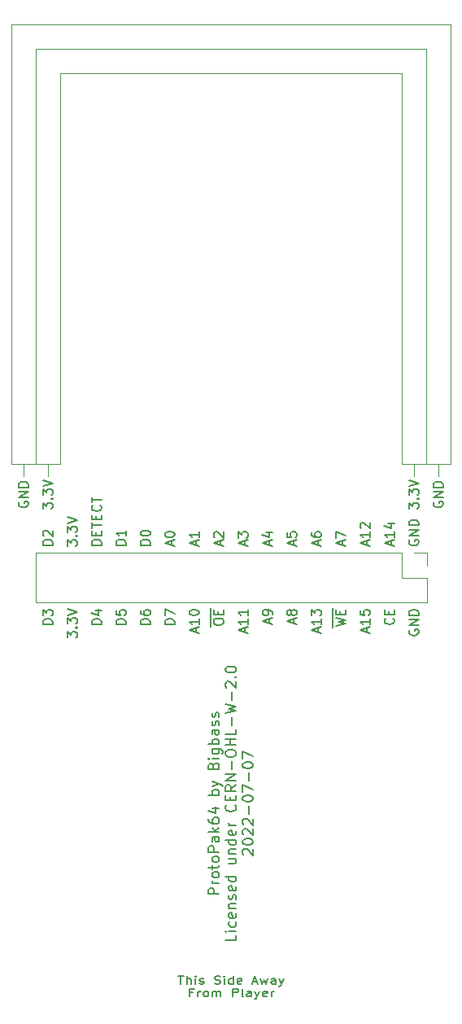
<source format=gto>
%TF.GenerationSoftware,KiCad,Pcbnew,6.0.2+dfsg-1*%
%TF.CreationDate,2022-07-07T18:02:14-05:00*%
%TF.ProjectId,protopak64,70726f74-6f70-4616-9b36-342e6b696361,rev?*%
%TF.SameCoordinates,Original*%
%TF.FileFunction,Legend,Top*%
%TF.FilePolarity,Positive*%
%FSLAX46Y46*%
G04 Gerber Fmt 4.6, Leading zero omitted, Abs format (unit mm)*
G04 Created by KiCad (PCBNEW 6.0.2+dfsg-1) date 2022-07-07 18:02:14*
%MOMM*%
%LPD*%
G01*
G04 APERTURE LIST*
%ADD10C,0.150000*%
%ADD11C,0.175000*%
%ADD12C,0.120000*%
%ADD13R,1.700000X1.700000*%
%ADD14O,1.700000X1.700000*%
%ADD15R,1.000000X5.400000*%
%ADD16R,2.000000X2.000000*%
%ADD17C,2.000000*%
G04 APERTURE END LIST*
D10*
X140120666Y-101693023D02*
X140120666Y-101216833D01*
X140406380Y-101788261D02*
X139406380Y-101454928D01*
X140406380Y-101121595D01*
X140406380Y-100264452D02*
X140406380Y-100835880D01*
X140406380Y-100550166D02*
X139406380Y-100550166D01*
X139549238Y-100645404D01*
X139644476Y-100740642D01*
X139692095Y-100835880D01*
X137580666Y-101693023D02*
X137580666Y-101216833D01*
X137866380Y-101788261D02*
X136866380Y-101454928D01*
X137866380Y-101121595D01*
X136866380Y-100597785D02*
X136866380Y-100502547D01*
X136914000Y-100407309D01*
X136961619Y-100359690D01*
X137056857Y-100312071D01*
X137247333Y-100264452D01*
X137485428Y-100264452D01*
X137675904Y-100312071D01*
X137771142Y-100359690D01*
X137818761Y-100407309D01*
X137866380Y-100502547D01*
X137866380Y-100597785D01*
X137818761Y-100693023D01*
X137771142Y-100740642D01*
X137675904Y-100788261D01*
X137485428Y-100835880D01*
X137247333Y-100835880D01*
X137056857Y-100788261D01*
X136961619Y-100740642D01*
X136914000Y-100693023D01*
X136866380Y-100597785D01*
X162314000Y-101121595D02*
X162266380Y-101216833D01*
X162266380Y-101359690D01*
X162314000Y-101502547D01*
X162409238Y-101597785D01*
X162504476Y-101645404D01*
X162694952Y-101693023D01*
X162837809Y-101693023D01*
X163028285Y-101645404D01*
X163123523Y-101597785D01*
X163218761Y-101502547D01*
X163266380Y-101359690D01*
X163266380Y-101264452D01*
X163218761Y-101121595D01*
X163171142Y-101073976D01*
X162837809Y-101073976D01*
X162837809Y-101264452D01*
X163266380Y-100645404D02*
X162266380Y-100645404D01*
X163266380Y-100073976D01*
X162266380Y-100073976D01*
X163266380Y-99597785D02*
X162266380Y-99597785D01*
X162266380Y-99359690D01*
X162314000Y-99216833D01*
X162409238Y-99121595D01*
X162504476Y-99073976D01*
X162694952Y-99026357D01*
X162837809Y-99026357D01*
X163028285Y-99073976D01*
X163123523Y-99121595D01*
X163218761Y-99216833D01*
X163266380Y-99359690D01*
X163266380Y-99597785D01*
X150280666Y-109793547D02*
X150280666Y-109317357D01*
X150566380Y-109888785D02*
X149566380Y-109555452D01*
X150566380Y-109222119D01*
X149994952Y-108745928D02*
X149947333Y-108841166D01*
X149899714Y-108888785D01*
X149804476Y-108936404D01*
X149756857Y-108936404D01*
X149661619Y-108888785D01*
X149614000Y-108841166D01*
X149566380Y-108745928D01*
X149566380Y-108555452D01*
X149614000Y-108460214D01*
X149661619Y-108412595D01*
X149756857Y-108364976D01*
X149804476Y-108364976D01*
X149899714Y-108412595D01*
X149947333Y-108460214D01*
X149994952Y-108555452D01*
X149994952Y-108745928D01*
X150042571Y-108841166D01*
X150090190Y-108888785D01*
X150185428Y-108936404D01*
X150375904Y-108936404D01*
X150471142Y-108888785D01*
X150518761Y-108841166D01*
X150566380Y-108745928D01*
X150566380Y-108555452D01*
X150518761Y-108460214D01*
X150471142Y-108412595D01*
X150375904Y-108364976D01*
X150185428Y-108364976D01*
X150090190Y-108412595D01*
X150042571Y-108460214D01*
X149994952Y-108555452D01*
X157900666Y-110745928D02*
X157900666Y-110269738D01*
X158186380Y-110841166D02*
X157186380Y-110507833D01*
X158186380Y-110174500D01*
X158186380Y-109317357D02*
X158186380Y-109888785D01*
X158186380Y-109603071D02*
X157186380Y-109603071D01*
X157329238Y-109698309D01*
X157424476Y-109793547D01*
X157472095Y-109888785D01*
X157186380Y-108412595D02*
X157186380Y-108888785D01*
X157662571Y-108936404D01*
X157614952Y-108888785D01*
X157567333Y-108793547D01*
X157567333Y-108555452D01*
X157614952Y-108460214D01*
X157662571Y-108412595D01*
X157757809Y-108364976D01*
X157995904Y-108364976D01*
X158091142Y-108412595D01*
X158138761Y-108460214D01*
X158186380Y-108555452D01*
X158186380Y-108793547D01*
X158138761Y-108888785D01*
X158091142Y-108936404D01*
X125166380Y-109888785D02*
X124166380Y-109888785D01*
X124166380Y-109650690D01*
X124214000Y-109507833D01*
X124309238Y-109412595D01*
X124404476Y-109364976D01*
X124594952Y-109317357D01*
X124737809Y-109317357D01*
X124928285Y-109364976D01*
X125023523Y-109412595D01*
X125118761Y-109507833D01*
X125166380Y-109650690D01*
X125166380Y-109888785D01*
X124166380Y-108984023D02*
X124166380Y-108364976D01*
X124547333Y-108698309D01*
X124547333Y-108555452D01*
X124594952Y-108460214D01*
X124642571Y-108412595D01*
X124737809Y-108364976D01*
X124975904Y-108364976D01*
X125071142Y-108412595D01*
X125118761Y-108460214D01*
X125166380Y-108555452D01*
X125166380Y-108841166D01*
X125118761Y-108936404D01*
X125071142Y-108984023D01*
X147740666Y-101693023D02*
X147740666Y-101216833D01*
X148026380Y-101788261D02*
X147026380Y-101454928D01*
X148026380Y-101121595D01*
X147359714Y-100359690D02*
X148026380Y-100359690D01*
X146978761Y-100597785D02*
X147693047Y-100835880D01*
X147693047Y-100216833D01*
X160440666Y-101693023D02*
X160440666Y-101216833D01*
X160726380Y-101788261D02*
X159726380Y-101454928D01*
X160726380Y-101121595D01*
X160726380Y-100264452D02*
X160726380Y-100835880D01*
X160726380Y-100550166D02*
X159726380Y-100550166D01*
X159869238Y-100645404D01*
X159964476Y-100740642D01*
X160012095Y-100835880D01*
X160059714Y-99407309D02*
X160726380Y-99407309D01*
X159678761Y-99645404D02*
X160393047Y-99883500D01*
X160393047Y-99264452D01*
D11*
X142490619Y-137952571D02*
X141390619Y-137952571D01*
X141390619Y-137533523D01*
X141443000Y-137428761D01*
X141495380Y-137376380D01*
X141600142Y-137324000D01*
X141757285Y-137324000D01*
X141862047Y-137376380D01*
X141914428Y-137428761D01*
X141966809Y-137533523D01*
X141966809Y-137952571D01*
X142490619Y-136852571D02*
X141757285Y-136852571D01*
X141966809Y-136852571D02*
X141862047Y-136800190D01*
X141809666Y-136747809D01*
X141757285Y-136643047D01*
X141757285Y-136538285D01*
X142490619Y-136014476D02*
X142438238Y-136119238D01*
X142385857Y-136171619D01*
X142281095Y-136224000D01*
X141966809Y-136224000D01*
X141862047Y-136171619D01*
X141809666Y-136119238D01*
X141757285Y-136014476D01*
X141757285Y-135857333D01*
X141809666Y-135752571D01*
X141862047Y-135700190D01*
X141966809Y-135647809D01*
X142281095Y-135647809D01*
X142385857Y-135700190D01*
X142438238Y-135752571D01*
X142490619Y-135857333D01*
X142490619Y-136014476D01*
X141757285Y-135333523D02*
X141757285Y-134914476D01*
X141390619Y-135176380D02*
X142333476Y-135176380D01*
X142438238Y-135124000D01*
X142490619Y-135019238D01*
X142490619Y-134914476D01*
X142490619Y-134390666D02*
X142438238Y-134495428D01*
X142385857Y-134547809D01*
X142281095Y-134600190D01*
X141966809Y-134600190D01*
X141862047Y-134547809D01*
X141809666Y-134495428D01*
X141757285Y-134390666D01*
X141757285Y-134233523D01*
X141809666Y-134128761D01*
X141862047Y-134076380D01*
X141966809Y-134024000D01*
X142281095Y-134024000D01*
X142385857Y-134076380D01*
X142438238Y-134128761D01*
X142490619Y-134233523D01*
X142490619Y-134390666D01*
X142490619Y-133552571D02*
X141390619Y-133552571D01*
X141390619Y-133133523D01*
X141443000Y-133028761D01*
X141495380Y-132976380D01*
X141600142Y-132924000D01*
X141757285Y-132924000D01*
X141862047Y-132976380D01*
X141914428Y-133028761D01*
X141966809Y-133133523D01*
X141966809Y-133552571D01*
X142490619Y-131981142D02*
X141914428Y-131981142D01*
X141809666Y-132033523D01*
X141757285Y-132138285D01*
X141757285Y-132347809D01*
X141809666Y-132452571D01*
X142438238Y-131981142D02*
X142490619Y-132085904D01*
X142490619Y-132347809D01*
X142438238Y-132452571D01*
X142333476Y-132504952D01*
X142228714Y-132504952D01*
X142123952Y-132452571D01*
X142071571Y-132347809D01*
X142071571Y-132085904D01*
X142019190Y-131981142D01*
X142490619Y-131457333D02*
X141390619Y-131457333D01*
X142071571Y-131352571D02*
X142490619Y-131038285D01*
X141757285Y-131038285D02*
X142176333Y-131457333D01*
X141390619Y-130095428D02*
X141390619Y-130304952D01*
X141443000Y-130409714D01*
X141495380Y-130462095D01*
X141652523Y-130566857D01*
X141862047Y-130619238D01*
X142281095Y-130619238D01*
X142385857Y-130566857D01*
X142438238Y-130514476D01*
X142490619Y-130409714D01*
X142490619Y-130200190D01*
X142438238Y-130095428D01*
X142385857Y-130043047D01*
X142281095Y-129990666D01*
X142019190Y-129990666D01*
X141914428Y-130043047D01*
X141862047Y-130095428D01*
X141809666Y-130200190D01*
X141809666Y-130409714D01*
X141862047Y-130514476D01*
X141914428Y-130566857D01*
X142019190Y-130619238D01*
X141757285Y-129047809D02*
X142490619Y-129047809D01*
X141338238Y-129309714D02*
X142123952Y-129571619D01*
X142123952Y-128890666D01*
X142490619Y-127633523D02*
X141390619Y-127633523D01*
X141809666Y-127633523D02*
X141757285Y-127528761D01*
X141757285Y-127319238D01*
X141809666Y-127214476D01*
X141862047Y-127162095D01*
X141966809Y-127109714D01*
X142281095Y-127109714D01*
X142385857Y-127162095D01*
X142438238Y-127214476D01*
X142490619Y-127319238D01*
X142490619Y-127528761D01*
X142438238Y-127633523D01*
X141757285Y-126743047D02*
X142490619Y-126481142D01*
X141757285Y-126219238D02*
X142490619Y-126481142D01*
X142752523Y-126585904D01*
X142804904Y-126638285D01*
X142857285Y-126743047D01*
X141914428Y-124595428D02*
X141966809Y-124438285D01*
X142019190Y-124385904D01*
X142123952Y-124333523D01*
X142281095Y-124333523D01*
X142385857Y-124385904D01*
X142438238Y-124438285D01*
X142490619Y-124543047D01*
X142490619Y-124962095D01*
X141390619Y-124962095D01*
X141390619Y-124595428D01*
X141443000Y-124490666D01*
X141495380Y-124438285D01*
X141600142Y-124385904D01*
X141704904Y-124385904D01*
X141809666Y-124438285D01*
X141862047Y-124490666D01*
X141914428Y-124595428D01*
X141914428Y-124962095D01*
X142490619Y-123862095D02*
X141757285Y-123862095D01*
X141390619Y-123862095D02*
X141443000Y-123914476D01*
X141495380Y-123862095D01*
X141443000Y-123809714D01*
X141390619Y-123862095D01*
X141495380Y-123862095D01*
X141757285Y-122866857D02*
X142647761Y-122866857D01*
X142752523Y-122919238D01*
X142804904Y-122971619D01*
X142857285Y-123076380D01*
X142857285Y-123233523D01*
X142804904Y-123338285D01*
X142438238Y-122866857D02*
X142490619Y-122971619D01*
X142490619Y-123181142D01*
X142438238Y-123285904D01*
X142385857Y-123338285D01*
X142281095Y-123390666D01*
X141966809Y-123390666D01*
X141862047Y-123338285D01*
X141809666Y-123285904D01*
X141757285Y-123181142D01*
X141757285Y-122971619D01*
X141809666Y-122866857D01*
X142490619Y-122343047D02*
X141390619Y-122343047D01*
X141809666Y-122343047D02*
X141757285Y-122238285D01*
X141757285Y-122028761D01*
X141809666Y-121924000D01*
X141862047Y-121871619D01*
X141966809Y-121819238D01*
X142281095Y-121819238D01*
X142385857Y-121871619D01*
X142438238Y-121924000D01*
X142490619Y-122028761D01*
X142490619Y-122238285D01*
X142438238Y-122343047D01*
X142490619Y-120876380D02*
X141914428Y-120876380D01*
X141809666Y-120928761D01*
X141757285Y-121033523D01*
X141757285Y-121243047D01*
X141809666Y-121347809D01*
X142438238Y-120876380D02*
X142490619Y-120981142D01*
X142490619Y-121243047D01*
X142438238Y-121347809D01*
X142333476Y-121400190D01*
X142228714Y-121400190D01*
X142123952Y-121347809D01*
X142071571Y-121243047D01*
X142071571Y-120981142D01*
X142019190Y-120876380D01*
X142438238Y-120404952D02*
X142490619Y-120300190D01*
X142490619Y-120090666D01*
X142438238Y-119985904D01*
X142333476Y-119933523D01*
X142281095Y-119933523D01*
X142176333Y-119985904D01*
X142123952Y-120090666D01*
X142123952Y-120247809D01*
X142071571Y-120352571D01*
X141966809Y-120404952D01*
X141914428Y-120404952D01*
X141809666Y-120352571D01*
X141757285Y-120247809D01*
X141757285Y-120090666D01*
X141809666Y-119985904D01*
X142438238Y-119514476D02*
X142490619Y-119409714D01*
X142490619Y-119200190D01*
X142438238Y-119095428D01*
X142333476Y-119043047D01*
X142281095Y-119043047D01*
X142176333Y-119095428D01*
X142123952Y-119200190D01*
X142123952Y-119357333D01*
X142071571Y-119462095D01*
X141966809Y-119514476D01*
X141914428Y-119514476D01*
X141809666Y-119462095D01*
X141757285Y-119357333D01*
X141757285Y-119200190D01*
X141809666Y-119095428D01*
X144261619Y-142195428D02*
X144261619Y-142719238D01*
X143161619Y-142719238D01*
X144261619Y-141828761D02*
X143528285Y-141828761D01*
X143161619Y-141828761D02*
X143214000Y-141881142D01*
X143266380Y-141828761D01*
X143214000Y-141776380D01*
X143161619Y-141828761D01*
X143266380Y-141828761D01*
X144209238Y-140833523D02*
X144261619Y-140938285D01*
X144261619Y-141147809D01*
X144209238Y-141252571D01*
X144156857Y-141304952D01*
X144052095Y-141357333D01*
X143737809Y-141357333D01*
X143633047Y-141304952D01*
X143580666Y-141252571D01*
X143528285Y-141147809D01*
X143528285Y-140938285D01*
X143580666Y-140833523D01*
X144209238Y-139943047D02*
X144261619Y-140047809D01*
X144261619Y-140257333D01*
X144209238Y-140362095D01*
X144104476Y-140414476D01*
X143685428Y-140414476D01*
X143580666Y-140362095D01*
X143528285Y-140257333D01*
X143528285Y-140047809D01*
X143580666Y-139943047D01*
X143685428Y-139890666D01*
X143790190Y-139890666D01*
X143894952Y-140414476D01*
X143528285Y-139419238D02*
X144261619Y-139419238D01*
X143633047Y-139419238D02*
X143580666Y-139366857D01*
X143528285Y-139262095D01*
X143528285Y-139104952D01*
X143580666Y-139000190D01*
X143685428Y-138947809D01*
X144261619Y-138947809D01*
X144209238Y-138476380D02*
X144261619Y-138371619D01*
X144261619Y-138162095D01*
X144209238Y-138057333D01*
X144104476Y-138004952D01*
X144052095Y-138004952D01*
X143947333Y-138057333D01*
X143894952Y-138162095D01*
X143894952Y-138319238D01*
X143842571Y-138424000D01*
X143737809Y-138476380D01*
X143685428Y-138476380D01*
X143580666Y-138424000D01*
X143528285Y-138319238D01*
X143528285Y-138162095D01*
X143580666Y-138057333D01*
X144209238Y-137114476D02*
X144261619Y-137219238D01*
X144261619Y-137428761D01*
X144209238Y-137533523D01*
X144104476Y-137585904D01*
X143685428Y-137585904D01*
X143580666Y-137533523D01*
X143528285Y-137428761D01*
X143528285Y-137219238D01*
X143580666Y-137114476D01*
X143685428Y-137062095D01*
X143790190Y-137062095D01*
X143894952Y-137585904D01*
X144261619Y-136119238D02*
X143161619Y-136119238D01*
X144209238Y-136119238D02*
X144261619Y-136224000D01*
X144261619Y-136433523D01*
X144209238Y-136538285D01*
X144156857Y-136590666D01*
X144052095Y-136643047D01*
X143737809Y-136643047D01*
X143633047Y-136590666D01*
X143580666Y-136538285D01*
X143528285Y-136433523D01*
X143528285Y-136224000D01*
X143580666Y-136119238D01*
X143528285Y-134285904D02*
X144261619Y-134285904D01*
X143528285Y-134757333D02*
X144104476Y-134757333D01*
X144209238Y-134704952D01*
X144261619Y-134600190D01*
X144261619Y-134443047D01*
X144209238Y-134338285D01*
X144156857Y-134285904D01*
X143528285Y-133762095D02*
X144261619Y-133762095D01*
X143633047Y-133762095D02*
X143580666Y-133709714D01*
X143528285Y-133604952D01*
X143528285Y-133447809D01*
X143580666Y-133343047D01*
X143685428Y-133290666D01*
X144261619Y-133290666D01*
X144261619Y-132295428D02*
X143161619Y-132295428D01*
X144209238Y-132295428D02*
X144261619Y-132400190D01*
X144261619Y-132609714D01*
X144209238Y-132714476D01*
X144156857Y-132766857D01*
X144052095Y-132819238D01*
X143737809Y-132819238D01*
X143633047Y-132766857D01*
X143580666Y-132714476D01*
X143528285Y-132609714D01*
X143528285Y-132400190D01*
X143580666Y-132295428D01*
X144209238Y-131352571D02*
X144261619Y-131457333D01*
X144261619Y-131666857D01*
X144209238Y-131771619D01*
X144104476Y-131824000D01*
X143685428Y-131824000D01*
X143580666Y-131771619D01*
X143528285Y-131666857D01*
X143528285Y-131457333D01*
X143580666Y-131352571D01*
X143685428Y-131300190D01*
X143790190Y-131300190D01*
X143894952Y-131824000D01*
X144261619Y-130828761D02*
X143528285Y-130828761D01*
X143737809Y-130828761D02*
X143633047Y-130776380D01*
X143580666Y-130724000D01*
X143528285Y-130619238D01*
X143528285Y-130514476D01*
X144156857Y-128681142D02*
X144209238Y-128733523D01*
X144261619Y-128890666D01*
X144261619Y-128995428D01*
X144209238Y-129152571D01*
X144104476Y-129257333D01*
X143999714Y-129309714D01*
X143790190Y-129362095D01*
X143633047Y-129362095D01*
X143423523Y-129309714D01*
X143318761Y-129257333D01*
X143214000Y-129152571D01*
X143161619Y-128995428D01*
X143161619Y-128890666D01*
X143214000Y-128733523D01*
X143266380Y-128681142D01*
X143685428Y-128209714D02*
X143685428Y-127843047D01*
X144261619Y-127685904D02*
X144261619Y-128209714D01*
X143161619Y-128209714D01*
X143161619Y-127685904D01*
X144261619Y-126585904D02*
X143737809Y-126952571D01*
X144261619Y-127214476D02*
X143161619Y-127214476D01*
X143161619Y-126795428D01*
X143214000Y-126690666D01*
X143266380Y-126638285D01*
X143371142Y-126585904D01*
X143528285Y-126585904D01*
X143633047Y-126638285D01*
X143685428Y-126690666D01*
X143737809Y-126795428D01*
X143737809Y-127214476D01*
X144261619Y-126114476D02*
X143161619Y-126114476D01*
X144261619Y-125485904D01*
X143161619Y-125485904D01*
X143842571Y-124962095D02*
X143842571Y-124124000D01*
X143161619Y-123390666D02*
X143161619Y-123181142D01*
X143214000Y-123076380D01*
X143318761Y-122971619D01*
X143528285Y-122919238D01*
X143894952Y-122919238D01*
X144104476Y-122971619D01*
X144209238Y-123076380D01*
X144261619Y-123181142D01*
X144261619Y-123390666D01*
X144209238Y-123495428D01*
X144104476Y-123600190D01*
X143894952Y-123652571D01*
X143528285Y-123652571D01*
X143318761Y-123600190D01*
X143214000Y-123495428D01*
X143161619Y-123390666D01*
X144261619Y-122447809D02*
X143161619Y-122447809D01*
X143685428Y-122447809D02*
X143685428Y-121819238D01*
X144261619Y-121819238D02*
X143161619Y-121819238D01*
X144261619Y-120771619D02*
X144261619Y-121295428D01*
X143161619Y-121295428D01*
X143842571Y-120404952D02*
X143842571Y-119566857D01*
X143161619Y-119147809D02*
X144261619Y-118885904D01*
X143475904Y-118676380D01*
X144261619Y-118466857D01*
X143161619Y-118204952D01*
X143842571Y-117785904D02*
X143842571Y-116947809D01*
X143266380Y-116476380D02*
X143214000Y-116424000D01*
X143161619Y-116319238D01*
X143161619Y-116057333D01*
X143214000Y-115952571D01*
X143266380Y-115900190D01*
X143371142Y-115847809D01*
X143475904Y-115847809D01*
X143633047Y-115900190D01*
X144261619Y-116528761D01*
X144261619Y-115847809D01*
X144156857Y-115376380D02*
X144209238Y-115324000D01*
X144261619Y-115376380D01*
X144209238Y-115428761D01*
X144156857Y-115376380D01*
X144261619Y-115376380D01*
X143161619Y-114643047D02*
X143161619Y-114538285D01*
X143214000Y-114433523D01*
X143266380Y-114381142D01*
X143371142Y-114328761D01*
X143580666Y-114276380D01*
X143842571Y-114276380D01*
X144052095Y-114328761D01*
X144156857Y-114381142D01*
X144209238Y-114433523D01*
X144261619Y-114538285D01*
X144261619Y-114643047D01*
X144209238Y-114747809D01*
X144156857Y-114800190D01*
X144052095Y-114852571D01*
X143842571Y-114904952D01*
X143580666Y-114904952D01*
X143371142Y-114852571D01*
X143266380Y-114800190D01*
X143214000Y-114747809D01*
X143161619Y-114643047D01*
X145037380Y-133866857D02*
X144985000Y-133814476D01*
X144932619Y-133709714D01*
X144932619Y-133447809D01*
X144985000Y-133343047D01*
X145037380Y-133290666D01*
X145142142Y-133238285D01*
X145246904Y-133238285D01*
X145404047Y-133290666D01*
X146032619Y-133919238D01*
X146032619Y-133238285D01*
X144932619Y-132557333D02*
X144932619Y-132452571D01*
X144985000Y-132347809D01*
X145037380Y-132295428D01*
X145142142Y-132243047D01*
X145351666Y-132190666D01*
X145613571Y-132190666D01*
X145823095Y-132243047D01*
X145927857Y-132295428D01*
X145980238Y-132347809D01*
X146032619Y-132452571D01*
X146032619Y-132557333D01*
X145980238Y-132662095D01*
X145927857Y-132714476D01*
X145823095Y-132766857D01*
X145613571Y-132819238D01*
X145351666Y-132819238D01*
X145142142Y-132766857D01*
X145037380Y-132714476D01*
X144985000Y-132662095D01*
X144932619Y-132557333D01*
X145037380Y-131771619D02*
X144985000Y-131719238D01*
X144932619Y-131614476D01*
X144932619Y-131352571D01*
X144985000Y-131247809D01*
X145037380Y-131195428D01*
X145142142Y-131143047D01*
X145246904Y-131143047D01*
X145404047Y-131195428D01*
X146032619Y-131824000D01*
X146032619Y-131143047D01*
X145037380Y-130724000D02*
X144985000Y-130671619D01*
X144932619Y-130566857D01*
X144932619Y-130304952D01*
X144985000Y-130200190D01*
X145037380Y-130147809D01*
X145142142Y-130095428D01*
X145246904Y-130095428D01*
X145404047Y-130147809D01*
X146032619Y-130776380D01*
X146032619Y-130095428D01*
X145613571Y-129624000D02*
X145613571Y-128785904D01*
X144932619Y-128052571D02*
X144932619Y-127947809D01*
X144985000Y-127843047D01*
X145037380Y-127790666D01*
X145142142Y-127738285D01*
X145351666Y-127685904D01*
X145613571Y-127685904D01*
X145823095Y-127738285D01*
X145927857Y-127790666D01*
X145980238Y-127843047D01*
X146032619Y-127947809D01*
X146032619Y-128052571D01*
X145980238Y-128157333D01*
X145927857Y-128209714D01*
X145823095Y-128262095D01*
X145613571Y-128314476D01*
X145351666Y-128314476D01*
X145142142Y-128262095D01*
X145037380Y-128209714D01*
X144985000Y-128157333D01*
X144932619Y-128052571D01*
X144932619Y-127319238D02*
X144932619Y-126585904D01*
X146032619Y-127057333D01*
X145613571Y-126166857D02*
X145613571Y-125328761D01*
X144932619Y-124595428D02*
X144932619Y-124490666D01*
X144985000Y-124385904D01*
X145037380Y-124333523D01*
X145142142Y-124281142D01*
X145351666Y-124228761D01*
X145613571Y-124228761D01*
X145823095Y-124281142D01*
X145927857Y-124333523D01*
X145980238Y-124385904D01*
X146032619Y-124490666D01*
X146032619Y-124595428D01*
X145980238Y-124700190D01*
X145927857Y-124752571D01*
X145823095Y-124804952D01*
X145613571Y-124857333D01*
X145351666Y-124857333D01*
X145142142Y-124804952D01*
X145037380Y-124752571D01*
X144985000Y-124700190D01*
X144932619Y-124595428D01*
X144932619Y-123862095D02*
X144932619Y-123128761D01*
X146032619Y-123600190D01*
D10*
X130246380Y-101645404D02*
X129246380Y-101645404D01*
X129246380Y-101407309D01*
X129294000Y-101264452D01*
X129389238Y-101169214D01*
X129484476Y-101121595D01*
X129674952Y-101073976D01*
X129817809Y-101073976D01*
X130008285Y-101121595D01*
X130103523Y-101169214D01*
X130198761Y-101264452D01*
X130246380Y-101407309D01*
X130246380Y-101645404D01*
X129722571Y-100645404D02*
X129722571Y-100312071D01*
X130246380Y-100169214D02*
X130246380Y-100645404D01*
X129246380Y-100645404D01*
X129246380Y-100169214D01*
X129246380Y-99883500D02*
X129246380Y-99312071D01*
X130246380Y-99597785D02*
X129246380Y-99597785D01*
X129722571Y-98978738D02*
X129722571Y-98645404D01*
X130246380Y-98502547D02*
X130246380Y-98978738D01*
X129246380Y-98978738D01*
X129246380Y-98502547D01*
X130151142Y-97502547D02*
X130198761Y-97550166D01*
X130246380Y-97693023D01*
X130246380Y-97788261D01*
X130198761Y-97931119D01*
X130103523Y-98026357D01*
X130008285Y-98073976D01*
X129817809Y-98121595D01*
X129674952Y-98121595D01*
X129484476Y-98073976D01*
X129389238Y-98026357D01*
X129294000Y-97931119D01*
X129246380Y-97788261D01*
X129246380Y-97693023D01*
X129294000Y-97550166D01*
X129341619Y-97502547D01*
X129246380Y-97216833D02*
X129246380Y-96645404D01*
X130246380Y-96931119D02*
X129246380Y-96931119D01*
X125166380Y-101645404D02*
X124166380Y-101645404D01*
X124166380Y-101407309D01*
X124214000Y-101264452D01*
X124309238Y-101169214D01*
X124404476Y-101121595D01*
X124594952Y-101073976D01*
X124737809Y-101073976D01*
X124928285Y-101121595D01*
X125023523Y-101169214D01*
X125118761Y-101264452D01*
X125166380Y-101407309D01*
X125166380Y-101645404D01*
X124261619Y-100693023D02*
X124214000Y-100645404D01*
X124166380Y-100550166D01*
X124166380Y-100312071D01*
X124214000Y-100216833D01*
X124261619Y-100169214D01*
X124356857Y-100121595D01*
X124452095Y-100121595D01*
X124594952Y-100169214D01*
X125166380Y-100740642D01*
X125166380Y-100121595D01*
X140120666Y-110745928D02*
X140120666Y-110269738D01*
X140406380Y-110841166D02*
X139406380Y-110507833D01*
X140406380Y-110174500D01*
X140406380Y-109317357D02*
X140406380Y-109888785D01*
X140406380Y-109603071D02*
X139406380Y-109603071D01*
X139549238Y-109698309D01*
X139644476Y-109793547D01*
X139692095Y-109888785D01*
X139406380Y-108698309D02*
X139406380Y-108603071D01*
X139454000Y-108507833D01*
X139501619Y-108460214D01*
X139596857Y-108412595D01*
X139787333Y-108364976D01*
X140025428Y-108364976D01*
X140215904Y-108412595D01*
X140311142Y-108460214D01*
X140358761Y-108507833D01*
X140406380Y-108603071D01*
X140406380Y-108698309D01*
X140358761Y-108793547D01*
X140311142Y-108841166D01*
X140215904Y-108888785D01*
X140025428Y-108936404D01*
X139787333Y-108936404D01*
X139596857Y-108888785D01*
X139501619Y-108841166D01*
X139454000Y-108793547D01*
X139406380Y-108698309D01*
X157900666Y-101693023D02*
X157900666Y-101216833D01*
X158186380Y-101788261D02*
X157186380Y-101454928D01*
X158186380Y-101121595D01*
X158186380Y-100264452D02*
X158186380Y-100835880D01*
X158186380Y-100550166D02*
X157186380Y-100550166D01*
X157329238Y-100645404D01*
X157424476Y-100740642D01*
X157472095Y-100835880D01*
X157281619Y-99883500D02*
X157234000Y-99835880D01*
X157186380Y-99740642D01*
X157186380Y-99502547D01*
X157234000Y-99407309D01*
X157281619Y-99359690D01*
X157376857Y-99312071D01*
X157472095Y-99312071D01*
X157614952Y-99359690D01*
X158186380Y-99931119D01*
X158186380Y-99312071D01*
X137866380Y-109888785D02*
X136866380Y-109888785D01*
X136866380Y-109650690D01*
X136914000Y-109507833D01*
X137009238Y-109412595D01*
X137104476Y-109364976D01*
X137294952Y-109317357D01*
X137437809Y-109317357D01*
X137628285Y-109364976D01*
X137723523Y-109412595D01*
X137818761Y-109507833D01*
X137866380Y-109650690D01*
X137866380Y-109888785D01*
X136866380Y-108984023D02*
X136866380Y-108317357D01*
X137866380Y-108745928D01*
X155360666Y-101693023D02*
X155360666Y-101216833D01*
X155646380Y-101788261D02*
X154646380Y-101454928D01*
X155646380Y-101121595D01*
X154646380Y-100883500D02*
X154646380Y-100216833D01*
X155646380Y-100645404D01*
X132786380Y-101645404D02*
X131786380Y-101645404D01*
X131786380Y-101407309D01*
X131834000Y-101264452D01*
X131929238Y-101169214D01*
X132024476Y-101121595D01*
X132214952Y-101073976D01*
X132357809Y-101073976D01*
X132548285Y-101121595D01*
X132643523Y-101169214D01*
X132738761Y-101264452D01*
X132786380Y-101407309D01*
X132786380Y-101645404D01*
X132786380Y-100121595D02*
X132786380Y-100693023D01*
X132786380Y-100407309D02*
X131786380Y-100407309D01*
X131929238Y-100502547D01*
X132024476Y-100597785D01*
X132072095Y-100693023D01*
X126706380Y-101740642D02*
X126706380Y-101121595D01*
X127087333Y-101454928D01*
X127087333Y-101312071D01*
X127134952Y-101216833D01*
X127182571Y-101169214D01*
X127277809Y-101121595D01*
X127515904Y-101121595D01*
X127611142Y-101169214D01*
X127658761Y-101216833D01*
X127706380Y-101312071D01*
X127706380Y-101597785D01*
X127658761Y-101693023D01*
X127611142Y-101740642D01*
X127611142Y-100693023D02*
X127658761Y-100645404D01*
X127706380Y-100693023D01*
X127658761Y-100740642D01*
X127611142Y-100693023D01*
X127706380Y-100693023D01*
X126706380Y-100312071D02*
X126706380Y-99693023D01*
X127087333Y-100026357D01*
X127087333Y-99883500D01*
X127134952Y-99788261D01*
X127182571Y-99740642D01*
X127277809Y-99693023D01*
X127515904Y-99693023D01*
X127611142Y-99740642D01*
X127658761Y-99788261D01*
X127706380Y-99883500D01*
X127706380Y-100169214D01*
X127658761Y-100264452D01*
X127611142Y-100312071D01*
X126706380Y-99407309D02*
X127706380Y-99073976D01*
X126706380Y-98740642D01*
X135326380Y-101645404D02*
X134326380Y-101645404D01*
X134326380Y-101407309D01*
X134374000Y-101264452D01*
X134469238Y-101169214D01*
X134564476Y-101121595D01*
X134754952Y-101073976D01*
X134897809Y-101073976D01*
X135088285Y-101121595D01*
X135183523Y-101169214D01*
X135278761Y-101264452D01*
X135326380Y-101407309D01*
X135326380Y-101645404D01*
X134326380Y-100454928D02*
X134326380Y-100359690D01*
X134374000Y-100264452D01*
X134421619Y-100216833D01*
X134516857Y-100169214D01*
X134707333Y-100121595D01*
X134945428Y-100121595D01*
X135135904Y-100169214D01*
X135231142Y-100216833D01*
X135278761Y-100264452D01*
X135326380Y-100359690D01*
X135326380Y-100454928D01*
X135278761Y-100550166D01*
X135231142Y-100597785D01*
X135135904Y-100645404D01*
X134945428Y-100693023D01*
X134707333Y-100693023D01*
X134516857Y-100645404D01*
X134421619Y-100597785D01*
X134374000Y-100550166D01*
X134326380Y-100454928D01*
X152820666Y-101693023D02*
X152820666Y-101216833D01*
X153106380Y-101788261D02*
X152106380Y-101454928D01*
X153106380Y-101121595D01*
X152106380Y-100359690D02*
X152106380Y-100550166D01*
X152154000Y-100645404D01*
X152201619Y-100693023D01*
X152344476Y-100788261D01*
X152534952Y-100835880D01*
X152915904Y-100835880D01*
X153011142Y-100788261D01*
X153058761Y-100740642D01*
X153106380Y-100645404D01*
X153106380Y-100454928D01*
X153058761Y-100359690D01*
X153011142Y-100312071D01*
X152915904Y-100264452D01*
X152677809Y-100264452D01*
X152582571Y-100312071D01*
X152534952Y-100359690D01*
X152487333Y-100454928D01*
X152487333Y-100645404D01*
X152534952Y-100740642D01*
X152582571Y-100788261D01*
X152677809Y-100835880D01*
X145200666Y-101693023D02*
X145200666Y-101216833D01*
X145486380Y-101788261D02*
X144486380Y-101454928D01*
X145486380Y-101121595D01*
X144486380Y-100883500D02*
X144486380Y-100264452D01*
X144867333Y-100597785D01*
X144867333Y-100454928D01*
X144914952Y-100359690D01*
X144962571Y-100312071D01*
X145057809Y-100264452D01*
X145295904Y-100264452D01*
X145391142Y-100312071D01*
X145438761Y-100359690D01*
X145486380Y-100454928D01*
X145486380Y-100740642D01*
X145438761Y-100835880D01*
X145391142Y-100883500D01*
X145200666Y-110745928D02*
X145200666Y-110269738D01*
X145486380Y-110841166D02*
X144486380Y-110507833D01*
X145486380Y-110174500D01*
X145486380Y-109317357D02*
X145486380Y-109888785D01*
X145486380Y-109603071D02*
X144486380Y-109603071D01*
X144629238Y-109698309D01*
X144724476Y-109793547D01*
X144772095Y-109888785D01*
X145486380Y-108364976D02*
X145486380Y-108936404D01*
X145486380Y-108650690D02*
X144486380Y-108650690D01*
X144629238Y-108745928D01*
X144724476Y-108841166D01*
X144772095Y-108936404D01*
X154364000Y-110222119D02*
X154364000Y-109079261D01*
X154646380Y-110079261D02*
X155646380Y-109841166D01*
X154932095Y-109650690D01*
X155646380Y-109460214D01*
X154646380Y-109222119D01*
X154364000Y-109079261D02*
X154364000Y-108174500D01*
X155122571Y-108841166D02*
X155122571Y-108507833D01*
X155646380Y-108364976D02*
X155646380Y-108841166D01*
X154646380Y-108841166D01*
X154646380Y-108364976D01*
X150280666Y-101693023D02*
X150280666Y-101216833D01*
X150566380Y-101788261D02*
X149566380Y-101454928D01*
X150566380Y-101121595D01*
X149566380Y-100312071D02*
X149566380Y-100788261D01*
X150042571Y-100835880D01*
X149994952Y-100788261D01*
X149947333Y-100693023D01*
X149947333Y-100454928D01*
X149994952Y-100359690D01*
X150042571Y-100312071D01*
X150137809Y-100264452D01*
X150375904Y-100264452D01*
X150471142Y-100312071D01*
X150518761Y-100359690D01*
X150566380Y-100454928D01*
X150566380Y-100693023D01*
X150518761Y-100788261D01*
X150471142Y-100835880D01*
X126706380Y-111269738D02*
X126706380Y-110650690D01*
X127087333Y-110984023D01*
X127087333Y-110841166D01*
X127134952Y-110745928D01*
X127182571Y-110698309D01*
X127277809Y-110650690D01*
X127515904Y-110650690D01*
X127611142Y-110698309D01*
X127658761Y-110745928D01*
X127706380Y-110841166D01*
X127706380Y-111126880D01*
X127658761Y-111222119D01*
X127611142Y-111269738D01*
X127611142Y-110222119D02*
X127658761Y-110174500D01*
X127706380Y-110222119D01*
X127658761Y-110269738D01*
X127611142Y-110222119D01*
X127706380Y-110222119D01*
X126706380Y-109841166D02*
X126706380Y-109222119D01*
X127087333Y-109555452D01*
X127087333Y-109412595D01*
X127134952Y-109317357D01*
X127182571Y-109269738D01*
X127277809Y-109222119D01*
X127515904Y-109222119D01*
X127611142Y-109269738D01*
X127658761Y-109317357D01*
X127706380Y-109412595D01*
X127706380Y-109698309D01*
X127658761Y-109793547D01*
X127611142Y-109841166D01*
X126706380Y-108936404D02*
X127706380Y-108603071D01*
X126706380Y-108269738D01*
X132786380Y-109888785D02*
X131786380Y-109888785D01*
X131786380Y-109650690D01*
X131834000Y-109507833D01*
X131929238Y-109412595D01*
X132024476Y-109364976D01*
X132214952Y-109317357D01*
X132357809Y-109317357D01*
X132548285Y-109364976D01*
X132643523Y-109412595D01*
X132738761Y-109507833D01*
X132786380Y-109650690D01*
X132786380Y-109888785D01*
X131786380Y-108412595D02*
X131786380Y-108888785D01*
X132262571Y-108936404D01*
X132214952Y-108888785D01*
X132167333Y-108793547D01*
X132167333Y-108555452D01*
X132214952Y-108460214D01*
X132262571Y-108412595D01*
X132357809Y-108364976D01*
X132595904Y-108364976D01*
X132691142Y-108412595D01*
X132738761Y-108460214D01*
X132786380Y-108555452D01*
X132786380Y-108793547D01*
X132738761Y-108888785D01*
X132691142Y-108936404D01*
X152820666Y-110745928D02*
X152820666Y-110269738D01*
X153106380Y-110841166D02*
X152106380Y-110507833D01*
X153106380Y-110174500D01*
X153106380Y-109317357D02*
X153106380Y-109888785D01*
X153106380Y-109603071D02*
X152106380Y-109603071D01*
X152249238Y-109698309D01*
X152344476Y-109793547D01*
X152392095Y-109888785D01*
X152106380Y-108984023D02*
X152106380Y-108364976D01*
X152487333Y-108698309D01*
X152487333Y-108555452D01*
X152534952Y-108460214D01*
X152582571Y-108412595D01*
X152677809Y-108364976D01*
X152915904Y-108364976D01*
X153011142Y-108412595D01*
X153058761Y-108460214D01*
X153106380Y-108555452D01*
X153106380Y-108841166D01*
X153058761Y-108936404D01*
X153011142Y-108984023D01*
X141664000Y-110126880D02*
X141664000Y-109079261D01*
X141946380Y-109698309D02*
X141946380Y-109507833D01*
X141994000Y-109412595D01*
X142089238Y-109317357D01*
X142279714Y-109269738D01*
X142613047Y-109269738D01*
X142803523Y-109317357D01*
X142898761Y-109412595D01*
X142946380Y-109507833D01*
X142946380Y-109698309D01*
X142898761Y-109793547D01*
X142803523Y-109888785D01*
X142613047Y-109936404D01*
X142279714Y-109936404D01*
X142089238Y-109888785D01*
X141994000Y-109793547D01*
X141946380Y-109698309D01*
X141664000Y-109079261D02*
X141664000Y-108174500D01*
X142422571Y-108841166D02*
X142422571Y-108507833D01*
X142946380Y-108364976D02*
X142946380Y-108841166D01*
X141946380Y-108841166D01*
X141946380Y-108364976D01*
X142660666Y-101693023D02*
X142660666Y-101216833D01*
X142946380Y-101788261D02*
X141946380Y-101454928D01*
X142946380Y-101121595D01*
X142041619Y-100835880D02*
X141994000Y-100788261D01*
X141946380Y-100693023D01*
X141946380Y-100454928D01*
X141994000Y-100359690D01*
X142041619Y-100312071D01*
X142136857Y-100264452D01*
X142232095Y-100264452D01*
X142374952Y-100312071D01*
X142946380Y-100883500D01*
X142946380Y-100264452D01*
X160631142Y-109269738D02*
X160678761Y-109317357D01*
X160726380Y-109460214D01*
X160726380Y-109555452D01*
X160678761Y-109698309D01*
X160583523Y-109793547D01*
X160488285Y-109841166D01*
X160297809Y-109888785D01*
X160154952Y-109888785D01*
X159964476Y-109841166D01*
X159869238Y-109793547D01*
X159774000Y-109698309D01*
X159726380Y-109555452D01*
X159726380Y-109460214D01*
X159774000Y-109317357D01*
X159821619Y-109269738D01*
X160202571Y-108841166D02*
X160202571Y-108507833D01*
X160726380Y-108364976D02*
X160726380Y-108841166D01*
X159726380Y-108841166D01*
X159726380Y-108364976D01*
X135326380Y-109888785D02*
X134326380Y-109888785D01*
X134326380Y-109650690D01*
X134374000Y-109507833D01*
X134469238Y-109412595D01*
X134564476Y-109364976D01*
X134754952Y-109317357D01*
X134897809Y-109317357D01*
X135088285Y-109364976D01*
X135183523Y-109412595D01*
X135278761Y-109507833D01*
X135326380Y-109650690D01*
X135326380Y-109888785D01*
X134326380Y-108460214D02*
X134326380Y-108650690D01*
X134374000Y-108745928D01*
X134421619Y-108793547D01*
X134564476Y-108888785D01*
X134754952Y-108936404D01*
X135135904Y-108936404D01*
X135231142Y-108888785D01*
X135278761Y-108841166D01*
X135326380Y-108745928D01*
X135326380Y-108555452D01*
X135278761Y-108460214D01*
X135231142Y-108412595D01*
X135135904Y-108364976D01*
X134897809Y-108364976D01*
X134802571Y-108412595D01*
X134754952Y-108460214D01*
X134707333Y-108555452D01*
X134707333Y-108745928D01*
X134754952Y-108841166D01*
X134802571Y-108888785D01*
X134897809Y-108936404D01*
X138240190Y-146491904D02*
X138811619Y-146491904D01*
X138525904Y-147291904D02*
X138525904Y-146491904D01*
X139144952Y-147291904D02*
X139144952Y-146491904D01*
X139573523Y-147291904D02*
X139573523Y-146872857D01*
X139525904Y-146796666D01*
X139430666Y-146758571D01*
X139287809Y-146758571D01*
X139192571Y-146796666D01*
X139144952Y-146834761D01*
X140049714Y-147291904D02*
X140049714Y-146758571D01*
X140049714Y-146491904D02*
X140002095Y-146530000D01*
X140049714Y-146568095D01*
X140097333Y-146530000D01*
X140049714Y-146491904D01*
X140049714Y-146568095D01*
X140478285Y-147253809D02*
X140573523Y-147291904D01*
X140764000Y-147291904D01*
X140859238Y-147253809D01*
X140906857Y-147177619D01*
X140906857Y-147139523D01*
X140859238Y-147063333D01*
X140764000Y-147025238D01*
X140621142Y-147025238D01*
X140525904Y-146987142D01*
X140478285Y-146910952D01*
X140478285Y-146872857D01*
X140525904Y-146796666D01*
X140621142Y-146758571D01*
X140764000Y-146758571D01*
X140859238Y-146796666D01*
X142049714Y-147253809D02*
X142192571Y-147291904D01*
X142430666Y-147291904D01*
X142525904Y-147253809D01*
X142573523Y-147215714D01*
X142621142Y-147139523D01*
X142621142Y-147063333D01*
X142573523Y-146987142D01*
X142525904Y-146949047D01*
X142430666Y-146910952D01*
X142240190Y-146872857D01*
X142144952Y-146834761D01*
X142097333Y-146796666D01*
X142049714Y-146720476D01*
X142049714Y-146644285D01*
X142097333Y-146568095D01*
X142144952Y-146530000D01*
X142240190Y-146491904D01*
X142478285Y-146491904D01*
X142621142Y-146530000D01*
X143049714Y-147291904D02*
X143049714Y-146758571D01*
X143049714Y-146491904D02*
X143002095Y-146530000D01*
X143049714Y-146568095D01*
X143097333Y-146530000D01*
X143049714Y-146491904D01*
X143049714Y-146568095D01*
X143954476Y-147291904D02*
X143954476Y-146491904D01*
X143954476Y-147253809D02*
X143859238Y-147291904D01*
X143668761Y-147291904D01*
X143573523Y-147253809D01*
X143525904Y-147215714D01*
X143478285Y-147139523D01*
X143478285Y-146910952D01*
X143525904Y-146834761D01*
X143573523Y-146796666D01*
X143668761Y-146758571D01*
X143859238Y-146758571D01*
X143954476Y-146796666D01*
X144811619Y-147253809D02*
X144716380Y-147291904D01*
X144525904Y-147291904D01*
X144430666Y-147253809D01*
X144383047Y-147177619D01*
X144383047Y-146872857D01*
X144430666Y-146796666D01*
X144525904Y-146758571D01*
X144716380Y-146758571D01*
X144811619Y-146796666D01*
X144859238Y-146872857D01*
X144859238Y-146949047D01*
X144383047Y-147025238D01*
X146002095Y-147063333D02*
X146478285Y-147063333D01*
X145906857Y-147291904D02*
X146240190Y-146491904D01*
X146573523Y-147291904D01*
X146811619Y-146758571D02*
X147002095Y-147291904D01*
X147192571Y-146910952D01*
X147383047Y-147291904D01*
X147573523Y-146758571D01*
X148383047Y-147291904D02*
X148383047Y-146872857D01*
X148335428Y-146796666D01*
X148240190Y-146758571D01*
X148049714Y-146758571D01*
X147954476Y-146796666D01*
X148383047Y-147253809D02*
X148287809Y-147291904D01*
X148049714Y-147291904D01*
X147954476Y-147253809D01*
X147906857Y-147177619D01*
X147906857Y-147101428D01*
X147954476Y-147025238D01*
X148049714Y-146987142D01*
X148287809Y-146987142D01*
X148383047Y-146949047D01*
X148764000Y-146758571D02*
X149002095Y-147291904D01*
X149240190Y-146758571D02*
X149002095Y-147291904D01*
X148906857Y-147482380D01*
X148859238Y-147520476D01*
X148764000Y-147558571D01*
X139764000Y-148160857D02*
X139430666Y-148160857D01*
X139430666Y-148579904D02*
X139430666Y-147779904D01*
X139906857Y-147779904D01*
X140287809Y-148579904D02*
X140287809Y-148046571D01*
X140287809Y-148198952D02*
X140335428Y-148122761D01*
X140383047Y-148084666D01*
X140478285Y-148046571D01*
X140573523Y-148046571D01*
X141049714Y-148579904D02*
X140954476Y-148541809D01*
X140906857Y-148503714D01*
X140859238Y-148427523D01*
X140859238Y-148198952D01*
X140906857Y-148122761D01*
X140954476Y-148084666D01*
X141049714Y-148046571D01*
X141192571Y-148046571D01*
X141287809Y-148084666D01*
X141335428Y-148122761D01*
X141383047Y-148198952D01*
X141383047Y-148427523D01*
X141335428Y-148503714D01*
X141287809Y-148541809D01*
X141192571Y-148579904D01*
X141049714Y-148579904D01*
X141811619Y-148579904D02*
X141811619Y-148046571D01*
X141811619Y-148122761D02*
X141859238Y-148084666D01*
X141954476Y-148046571D01*
X142097333Y-148046571D01*
X142192571Y-148084666D01*
X142240190Y-148160857D01*
X142240190Y-148579904D01*
X142240190Y-148160857D02*
X142287809Y-148084666D01*
X142383047Y-148046571D01*
X142525904Y-148046571D01*
X142621142Y-148084666D01*
X142668761Y-148160857D01*
X142668761Y-148579904D01*
X143906857Y-148579904D02*
X143906857Y-147779904D01*
X144287809Y-147779904D01*
X144383047Y-147818000D01*
X144430666Y-147856095D01*
X144478285Y-147932285D01*
X144478285Y-148046571D01*
X144430666Y-148122761D01*
X144383047Y-148160857D01*
X144287809Y-148198952D01*
X143906857Y-148198952D01*
X145049714Y-148579904D02*
X144954476Y-148541809D01*
X144906857Y-148465619D01*
X144906857Y-147779904D01*
X145859238Y-148579904D02*
X145859238Y-148160857D01*
X145811619Y-148084666D01*
X145716380Y-148046571D01*
X145525904Y-148046571D01*
X145430666Y-148084666D01*
X145859238Y-148541809D02*
X145764000Y-148579904D01*
X145525904Y-148579904D01*
X145430666Y-148541809D01*
X145383047Y-148465619D01*
X145383047Y-148389428D01*
X145430666Y-148313238D01*
X145525904Y-148275142D01*
X145764000Y-148275142D01*
X145859238Y-148237047D01*
X146240190Y-148046571D02*
X146478285Y-148579904D01*
X146716380Y-148046571D02*
X146478285Y-148579904D01*
X146383047Y-148770380D01*
X146335428Y-148808476D01*
X146240190Y-148846571D01*
X147478285Y-148541809D02*
X147383047Y-148579904D01*
X147192571Y-148579904D01*
X147097333Y-148541809D01*
X147049714Y-148465619D01*
X147049714Y-148160857D01*
X147097333Y-148084666D01*
X147192571Y-148046571D01*
X147383047Y-148046571D01*
X147478285Y-148084666D01*
X147525904Y-148160857D01*
X147525904Y-148237047D01*
X147049714Y-148313238D01*
X147954476Y-148579904D02*
X147954476Y-148046571D01*
X147954476Y-148198952D02*
X148002095Y-148122761D01*
X148049714Y-148084666D01*
X148144952Y-148046571D01*
X148240190Y-148046571D01*
X147740666Y-109793547D02*
X147740666Y-109317357D01*
X148026380Y-109888785D02*
X147026380Y-109555452D01*
X148026380Y-109222119D01*
X148026380Y-108841166D02*
X148026380Y-108650690D01*
X147978761Y-108555452D01*
X147931142Y-108507833D01*
X147788285Y-108412595D01*
X147597809Y-108364976D01*
X147216857Y-108364976D01*
X147121619Y-108412595D01*
X147074000Y-108460214D01*
X147026380Y-108555452D01*
X147026380Y-108745928D01*
X147074000Y-108841166D01*
X147121619Y-108888785D01*
X147216857Y-108936404D01*
X147454952Y-108936404D01*
X147550190Y-108888785D01*
X147597809Y-108841166D01*
X147645428Y-108745928D01*
X147645428Y-108555452D01*
X147597809Y-108460214D01*
X147550190Y-108412595D01*
X147454952Y-108364976D01*
X162314000Y-110460214D02*
X162266380Y-110555452D01*
X162266380Y-110698309D01*
X162314000Y-110841166D01*
X162409238Y-110936404D01*
X162504476Y-110984023D01*
X162694952Y-111031642D01*
X162837809Y-111031642D01*
X163028285Y-110984023D01*
X163123523Y-110936404D01*
X163218761Y-110841166D01*
X163266380Y-110698309D01*
X163266380Y-110603071D01*
X163218761Y-110460214D01*
X163171142Y-110412595D01*
X162837809Y-110412595D01*
X162837809Y-110603071D01*
X163266380Y-109984023D02*
X162266380Y-109984023D01*
X163266380Y-109412595D01*
X162266380Y-109412595D01*
X163266380Y-108936404D02*
X162266380Y-108936404D01*
X162266380Y-108698309D01*
X162314000Y-108555452D01*
X162409238Y-108460214D01*
X162504476Y-108412595D01*
X162694952Y-108364976D01*
X162837809Y-108364976D01*
X163028285Y-108412595D01*
X163123523Y-108460214D01*
X163218761Y-108555452D01*
X163266380Y-108698309D01*
X163266380Y-108936404D01*
X130246380Y-109888785D02*
X129246380Y-109888785D01*
X129246380Y-109650690D01*
X129294000Y-109507833D01*
X129389238Y-109412595D01*
X129484476Y-109364976D01*
X129674952Y-109317357D01*
X129817809Y-109317357D01*
X130008285Y-109364976D01*
X130103523Y-109412595D01*
X130198761Y-109507833D01*
X130246380Y-109650690D01*
X130246380Y-109888785D01*
X129579714Y-108460214D02*
X130246380Y-108460214D01*
X129198761Y-108698309D02*
X129913047Y-108936404D01*
X129913047Y-108317357D01*
%TO.C,REF\u002A\u002A*%
X164854000Y-97154904D02*
X164806380Y-97250142D01*
X164806380Y-97393000D01*
X164854000Y-97535857D01*
X164949238Y-97631095D01*
X165044476Y-97678714D01*
X165234952Y-97726333D01*
X165377809Y-97726333D01*
X165568285Y-97678714D01*
X165663523Y-97631095D01*
X165758761Y-97535857D01*
X165806380Y-97393000D01*
X165806380Y-97297761D01*
X165758761Y-97154904D01*
X165711142Y-97107285D01*
X165377809Y-97107285D01*
X165377809Y-97297761D01*
X165806380Y-96678714D02*
X164806380Y-96678714D01*
X165806380Y-96107285D01*
X164806380Y-96107285D01*
X165806380Y-95631095D02*
X164806380Y-95631095D01*
X164806380Y-95393000D01*
X164854000Y-95250142D01*
X164949238Y-95154904D01*
X165044476Y-95107285D01*
X165234952Y-95059666D01*
X165377809Y-95059666D01*
X165568285Y-95107285D01*
X165663523Y-95154904D01*
X165758761Y-95250142D01*
X165806380Y-95393000D01*
X165806380Y-95631095D01*
X124166380Y-97869190D02*
X124166380Y-97250142D01*
X124547333Y-97583476D01*
X124547333Y-97440619D01*
X124594952Y-97345380D01*
X124642571Y-97297761D01*
X124737809Y-97250142D01*
X124975904Y-97250142D01*
X125071142Y-97297761D01*
X125118761Y-97345380D01*
X125166380Y-97440619D01*
X125166380Y-97726333D01*
X125118761Y-97821571D01*
X125071142Y-97869190D01*
X125071142Y-96821571D02*
X125118761Y-96773952D01*
X125166380Y-96821571D01*
X125118761Y-96869190D01*
X125071142Y-96821571D01*
X125166380Y-96821571D01*
X124166380Y-96440619D02*
X124166380Y-95821571D01*
X124547333Y-96154904D01*
X124547333Y-96012047D01*
X124594952Y-95916809D01*
X124642571Y-95869190D01*
X124737809Y-95821571D01*
X124975904Y-95821571D01*
X125071142Y-95869190D01*
X125118761Y-95916809D01*
X125166380Y-96012047D01*
X125166380Y-96297761D01*
X125118761Y-96393000D01*
X125071142Y-96440619D01*
X124166380Y-95535857D02*
X125166380Y-95202523D01*
X124166380Y-94869190D01*
X162266380Y-97869190D02*
X162266380Y-97250142D01*
X162647333Y-97583476D01*
X162647333Y-97440619D01*
X162694952Y-97345380D01*
X162742571Y-97297761D01*
X162837809Y-97250142D01*
X163075904Y-97250142D01*
X163171142Y-97297761D01*
X163218761Y-97345380D01*
X163266380Y-97440619D01*
X163266380Y-97726333D01*
X163218761Y-97821571D01*
X163171142Y-97869190D01*
X163171142Y-96821571D02*
X163218761Y-96773952D01*
X163266380Y-96821571D01*
X163218761Y-96869190D01*
X163171142Y-96821571D01*
X163266380Y-96821571D01*
X162266380Y-96440619D02*
X162266380Y-95821571D01*
X162647333Y-96154904D01*
X162647333Y-96012047D01*
X162694952Y-95916809D01*
X162742571Y-95869190D01*
X162837809Y-95821571D01*
X163075904Y-95821571D01*
X163171142Y-95869190D01*
X163218761Y-95916809D01*
X163266380Y-96012047D01*
X163266380Y-96297761D01*
X163218761Y-96393000D01*
X163171142Y-96440619D01*
X162266380Y-95535857D02*
X163266380Y-95202523D01*
X162266380Y-94869190D01*
X121674000Y-97154904D02*
X121626380Y-97250142D01*
X121626380Y-97393000D01*
X121674000Y-97535857D01*
X121769238Y-97631095D01*
X121864476Y-97678714D01*
X122054952Y-97726333D01*
X122197809Y-97726333D01*
X122388285Y-97678714D01*
X122483523Y-97631095D01*
X122578761Y-97535857D01*
X122626380Y-97393000D01*
X122626380Y-97297761D01*
X122578761Y-97154904D01*
X122531142Y-97107285D01*
X122197809Y-97107285D01*
X122197809Y-97297761D01*
X122626380Y-96678714D02*
X121626380Y-96678714D01*
X122626380Y-96107285D01*
X121626380Y-96107285D01*
X122626380Y-95631095D02*
X121626380Y-95631095D01*
X121626380Y-95393000D01*
X121674000Y-95250142D01*
X121769238Y-95154904D01*
X121864476Y-95107285D01*
X122054952Y-95059666D01*
X122197809Y-95059666D01*
X122388285Y-95107285D01*
X122483523Y-95154904D01*
X122578761Y-95250142D01*
X122626380Y-95393000D01*
X122626380Y-95631095D01*
D12*
%TO.C,J2*%
X161544000Y-105024000D02*
X164144000Y-105024000D01*
X123384000Y-102424000D02*
X123384000Y-107624000D01*
X162814000Y-102424000D02*
X164144000Y-102424000D01*
X161544000Y-102424000D02*
X123384000Y-102424000D01*
X164144000Y-107624000D02*
X123384000Y-107624000D01*
X164144000Y-102424000D02*
X164144000Y-103754000D01*
X161544000Y-102424000D02*
X161544000Y-105024000D01*
X164144000Y-105024000D02*
X164144000Y-107624000D01*
%TO.C,REF\u002A\u002A*%
X125984000Y-93218000D02*
X120904000Y-93218000D01*
X125984000Y-52578000D02*
X125984000Y-93218000D01*
X123444000Y-50038000D02*
X164084000Y-50038000D01*
X123444000Y-93218000D02*
X123444000Y-50038000D01*
X161544000Y-93218000D02*
X161544000Y-52578000D01*
X161544000Y-52578000D02*
X125984000Y-52578000D01*
X120904000Y-47498000D02*
X166624000Y-47498000D01*
X124714000Y-93218000D02*
X124714000Y-94488000D01*
X122174000Y-93218000D02*
X122174000Y-94488000D01*
X120904000Y-93218000D02*
X120904000Y-47498000D01*
X162814000Y-93218000D02*
X162814000Y-94488000D01*
X165354000Y-93218000D02*
X165354000Y-94488000D01*
X166624000Y-93218000D02*
X161544000Y-93218000D01*
X166624000Y-47498000D02*
X166624000Y-93218000D01*
X164084000Y-50038000D02*
X164084000Y-93218000D01*
%TD*%
%LPC*%
%TO.C,J1*%
X131064000Y-155219000D02*
X156464000Y-155219000D01*
X156464000Y-155219000D02*
X156464000Y-149319000D01*
X156464000Y-149319000D02*
X131064000Y-149319000D01*
X131064000Y-149319000D02*
X131064000Y-155219000D01*
G36*
X131064000Y-155219000D02*
G01*
X156464000Y-155219000D01*
X156464000Y-149319000D01*
X131064000Y-149319000D01*
X131064000Y-155219000D01*
G37*
%TO.C,REF\u002A\u002A*%
G36*
X166354000Y-92948000D02*
G01*
X164354000Y-92948000D01*
X164354000Y-49768000D01*
X123174000Y-49768000D01*
X123174000Y-92948000D01*
X121174000Y-92948000D01*
X121174000Y-47768000D01*
X166354000Y-47768000D01*
X166354000Y-92948000D01*
G37*
G36*
X163814000Y-92948000D02*
G01*
X161814000Y-92948000D01*
X161814000Y-52308000D01*
X125714000Y-52308000D01*
X125714000Y-92948000D01*
X123714000Y-92948000D01*
X123714000Y-50308000D01*
X163814000Y-50308000D01*
X163814000Y-92948000D01*
G37*
%TD*%
D13*
%TO.C,J2*%
X162814000Y-103754000D03*
D14*
X162814000Y-106294000D03*
X160274000Y-103754000D03*
X160274000Y-106294000D03*
X157734000Y-103754000D03*
X157734000Y-106294000D03*
X155194000Y-103754000D03*
X155194000Y-106294000D03*
X152654000Y-103754000D03*
X152654000Y-106294000D03*
X150114000Y-103754000D03*
X150114000Y-106294000D03*
X147574000Y-103754000D03*
X147574000Y-106294000D03*
X145034000Y-103754000D03*
X145034000Y-106294000D03*
X142494000Y-103754000D03*
X142494000Y-106294000D03*
X139954000Y-103754000D03*
X139954000Y-106294000D03*
X137414000Y-103754000D03*
X137414000Y-106294000D03*
X134874000Y-103754000D03*
X134874000Y-106294000D03*
X132334000Y-103754000D03*
X132334000Y-106294000D03*
X129794000Y-103754000D03*
X129794000Y-106294000D03*
X127254000Y-103754000D03*
X127254000Y-106294000D03*
X124714000Y-103754000D03*
X124714000Y-106294000D03*
%TD*%
D15*
%TO.C,J1*%
X155014000Y-152019000D03*
X153514000Y-152019000D03*
X152014000Y-152019000D03*
X150514000Y-152019000D03*
X149014000Y-152019000D03*
X147514000Y-152019000D03*
X146014000Y-152019000D03*
X144514000Y-152019000D03*
X143014000Y-152019000D03*
X141514000Y-152019000D03*
X140014000Y-152019000D03*
X138514000Y-152019000D03*
X137014000Y-152019000D03*
X135514000Y-152019000D03*
X134014000Y-152019000D03*
X132514000Y-152019000D03*
%TD*%
D16*
%TO.C,REF\u002A\u002A*%
X122174000Y-48768000D03*
X124714000Y-48768000D03*
X127254000Y-48768000D03*
X129794000Y-48768000D03*
X132334000Y-48768000D03*
X134874000Y-48768000D03*
X137414000Y-48768000D03*
X139954000Y-48768000D03*
X142494000Y-48768000D03*
X145034000Y-48768000D03*
X147574000Y-48768000D03*
X150114000Y-48768000D03*
X152654000Y-48768000D03*
X155194000Y-48768000D03*
X157734000Y-48768000D03*
X160274000Y-48768000D03*
X162814000Y-48768000D03*
X165354000Y-48768000D03*
X122174000Y-51308000D03*
X124714000Y-51308000D03*
X127254000Y-51308000D03*
X129794000Y-51308000D03*
X132334000Y-51308000D03*
X134874000Y-51308000D03*
X137414000Y-51308000D03*
X139954000Y-51308000D03*
X142494000Y-51308000D03*
X145034000Y-51308000D03*
X147574000Y-51308000D03*
X150114000Y-51308000D03*
X152654000Y-51308000D03*
X155194000Y-51308000D03*
X157734000Y-51308000D03*
X160274000Y-51308000D03*
X162814000Y-51308000D03*
X165354000Y-51308000D03*
X122174000Y-53848000D03*
X124714000Y-53848000D03*
D17*
X127254000Y-53848000D03*
X129794000Y-53848000D03*
X132334000Y-53848000D03*
X134874000Y-53848000D03*
X137414000Y-53848000D03*
X139954000Y-53848000D03*
X142494000Y-53848000D03*
X145034000Y-53848000D03*
X147574000Y-53848000D03*
X150114000Y-53848000D03*
X152654000Y-53848000D03*
X155194000Y-53848000D03*
X157734000Y-53848000D03*
X160274000Y-53848000D03*
D16*
X162814000Y-53848000D03*
X165354000Y-53848000D03*
X122174000Y-56388000D03*
X124714000Y-56388000D03*
D17*
X127254000Y-56388000D03*
X129794000Y-56388000D03*
X132334000Y-56388000D03*
X134874000Y-56388000D03*
X137414000Y-56388000D03*
X139954000Y-56388000D03*
X142494000Y-56388000D03*
X145034000Y-56388000D03*
X147574000Y-56388000D03*
X150114000Y-56388000D03*
X152654000Y-56388000D03*
X155194000Y-56388000D03*
X157734000Y-56388000D03*
X160274000Y-56388000D03*
D16*
X162814000Y-56388000D03*
X165354000Y-56388000D03*
X122174000Y-58928000D03*
X124714000Y-58928000D03*
D17*
X127254000Y-58928000D03*
X129794000Y-58928000D03*
X132334000Y-58928000D03*
X134874000Y-58928000D03*
X137414000Y-58928000D03*
X139954000Y-58928000D03*
X142494000Y-58928000D03*
X145034000Y-58928000D03*
X147574000Y-58928000D03*
X150114000Y-58928000D03*
X152654000Y-58928000D03*
X155194000Y-58928000D03*
X157734000Y-58928000D03*
X160274000Y-58928000D03*
D16*
X162814000Y-58928000D03*
X165354000Y-58928000D03*
X122174000Y-61468000D03*
X124714000Y-61468000D03*
D17*
X127254000Y-61468000D03*
X129794000Y-61468000D03*
X132334000Y-61468000D03*
X134874000Y-61468000D03*
X137414000Y-61468000D03*
X139954000Y-61468000D03*
X142494000Y-61468000D03*
X145034000Y-61468000D03*
X147574000Y-61468000D03*
X150114000Y-61468000D03*
X152654000Y-61468000D03*
X155194000Y-61468000D03*
X157734000Y-61468000D03*
X160274000Y-61468000D03*
D16*
X162814000Y-61468000D03*
X165354000Y-61468000D03*
X122174000Y-64008000D03*
X124714000Y-64008000D03*
D17*
X127254000Y-64008000D03*
X129794000Y-64008000D03*
X132334000Y-64008000D03*
X134874000Y-64008000D03*
X137414000Y-64008000D03*
X139954000Y-64008000D03*
X142494000Y-64008000D03*
X145034000Y-64008000D03*
X147574000Y-64008000D03*
X150114000Y-64008000D03*
X152654000Y-64008000D03*
X155194000Y-64008000D03*
X157734000Y-64008000D03*
X160274000Y-64008000D03*
D16*
X162814000Y-64008000D03*
X165354000Y-64008000D03*
X122174000Y-66548000D03*
X124714000Y-66548000D03*
D17*
X127254000Y-66548000D03*
X129794000Y-66548000D03*
X132334000Y-66548000D03*
X134874000Y-66548000D03*
X137414000Y-66548000D03*
X139954000Y-66548000D03*
X142494000Y-66548000D03*
X145034000Y-66548000D03*
X147574000Y-66548000D03*
X150114000Y-66548000D03*
X152654000Y-66548000D03*
X155194000Y-66548000D03*
X157734000Y-66548000D03*
X160274000Y-66548000D03*
D16*
X162814000Y-66548000D03*
X165354000Y-66548000D03*
X122174000Y-69088000D03*
X124714000Y-69088000D03*
D17*
X127254000Y-69088000D03*
X129794000Y-69088000D03*
X132334000Y-69088000D03*
X134874000Y-69088000D03*
X137414000Y-69088000D03*
X139954000Y-69088000D03*
X142494000Y-69088000D03*
X145034000Y-69088000D03*
X147574000Y-69088000D03*
X150114000Y-69088000D03*
X152654000Y-69088000D03*
X155194000Y-69088000D03*
X157734000Y-69088000D03*
X160274000Y-69088000D03*
D16*
X162814000Y-69088000D03*
X165354000Y-69088000D03*
X122174000Y-71628000D03*
X124714000Y-71628000D03*
D17*
X127254000Y-71628000D03*
X129794000Y-71628000D03*
X132334000Y-71628000D03*
X134874000Y-71628000D03*
X137414000Y-71628000D03*
X139954000Y-71628000D03*
X142494000Y-71628000D03*
X145034000Y-71628000D03*
X147574000Y-71628000D03*
X150114000Y-71628000D03*
X152654000Y-71628000D03*
X155194000Y-71628000D03*
X157734000Y-71628000D03*
X160274000Y-71628000D03*
D16*
X162814000Y-71628000D03*
X165354000Y-71628000D03*
X122174000Y-74168000D03*
X124714000Y-74168000D03*
D17*
X127254000Y-74168000D03*
X129794000Y-74168000D03*
X132334000Y-74168000D03*
X134874000Y-74168000D03*
X137414000Y-74168000D03*
X139954000Y-74168000D03*
X142494000Y-74168000D03*
X145034000Y-74168000D03*
X147574000Y-74168000D03*
X150114000Y-74168000D03*
X152654000Y-74168000D03*
X155194000Y-74168000D03*
X157734000Y-74168000D03*
X160274000Y-74168000D03*
D16*
X162814000Y-74168000D03*
X165354000Y-74168000D03*
X122174000Y-76708000D03*
X124714000Y-76708000D03*
D17*
X127254000Y-76708000D03*
X129794000Y-76708000D03*
X132334000Y-76708000D03*
X134874000Y-76708000D03*
X137414000Y-76708000D03*
X139954000Y-76708000D03*
X142494000Y-76708000D03*
X145034000Y-76708000D03*
X147574000Y-76708000D03*
X150114000Y-76708000D03*
X152654000Y-76708000D03*
X155194000Y-76708000D03*
X157734000Y-76708000D03*
X160274000Y-76708000D03*
D16*
X162814000Y-76708000D03*
X165354000Y-76708000D03*
X122174000Y-79248000D03*
X124714000Y-79248000D03*
D17*
X127254000Y-79248000D03*
X129794000Y-79248000D03*
X132334000Y-79248000D03*
X134874000Y-79248000D03*
X137414000Y-79248000D03*
X139954000Y-79248000D03*
X142494000Y-79248000D03*
X145034000Y-79248000D03*
X147574000Y-79248000D03*
X150114000Y-79248000D03*
X152654000Y-79248000D03*
X155194000Y-79248000D03*
X157734000Y-79248000D03*
X160274000Y-79248000D03*
D16*
X162814000Y-79248000D03*
X165354000Y-79248000D03*
X122174000Y-81788000D03*
X124714000Y-81788000D03*
D17*
X127254000Y-81788000D03*
X129794000Y-81788000D03*
X132334000Y-81788000D03*
X134874000Y-81788000D03*
X137414000Y-81788000D03*
X139954000Y-81788000D03*
X142494000Y-81788000D03*
X145034000Y-81788000D03*
X147574000Y-81788000D03*
X150114000Y-81788000D03*
X152654000Y-81788000D03*
X155194000Y-81788000D03*
X157734000Y-81788000D03*
X160274000Y-81788000D03*
D16*
X162814000Y-81788000D03*
X165354000Y-81788000D03*
X122174000Y-84328000D03*
X124714000Y-84328000D03*
D17*
X127254000Y-84328000D03*
X129794000Y-84328000D03*
X132334000Y-84328000D03*
X134874000Y-84328000D03*
X137414000Y-84328000D03*
X139954000Y-84328000D03*
X142494000Y-84328000D03*
X145034000Y-84328000D03*
X147574000Y-84328000D03*
X150114000Y-84328000D03*
X152654000Y-84328000D03*
X155194000Y-84328000D03*
X157734000Y-84328000D03*
X160274000Y-84328000D03*
D16*
X162814000Y-84328000D03*
X165354000Y-84328000D03*
X122174000Y-86868000D03*
X124714000Y-86868000D03*
D17*
X127254000Y-86868000D03*
X129794000Y-86868000D03*
X132334000Y-86868000D03*
X134874000Y-86868000D03*
X137414000Y-86868000D03*
X139954000Y-86868000D03*
X142494000Y-86868000D03*
X145034000Y-86868000D03*
X147574000Y-86868000D03*
X150114000Y-86868000D03*
X152654000Y-86868000D03*
X155194000Y-86868000D03*
X157734000Y-86868000D03*
X160274000Y-86868000D03*
D16*
X162814000Y-86868000D03*
X165354000Y-86868000D03*
X122174000Y-89408000D03*
X124714000Y-89408000D03*
D17*
X127254000Y-89408000D03*
X129794000Y-89408000D03*
X132334000Y-89408000D03*
X134874000Y-89408000D03*
X137414000Y-89408000D03*
X139954000Y-89408000D03*
X142494000Y-89408000D03*
X145034000Y-89408000D03*
X147574000Y-89408000D03*
X150114000Y-89408000D03*
X152654000Y-89408000D03*
X155194000Y-89408000D03*
X157734000Y-89408000D03*
X160274000Y-89408000D03*
D16*
X162814000Y-89408000D03*
X165354000Y-89408000D03*
X122174000Y-91948000D03*
X124714000Y-91948000D03*
D17*
X127254000Y-91948000D03*
X129794000Y-91948000D03*
X132334000Y-91948000D03*
X134874000Y-91948000D03*
X137414000Y-91948000D03*
X139954000Y-91948000D03*
X142494000Y-91948000D03*
X145034000Y-91948000D03*
X147574000Y-91948000D03*
X150114000Y-91948000D03*
X152654000Y-91948000D03*
X155194000Y-91948000D03*
X157734000Y-91948000D03*
X160274000Y-91948000D03*
D16*
X162814000Y-91948000D03*
X165354000Y-91948000D03*
%TD*%
M02*

</source>
